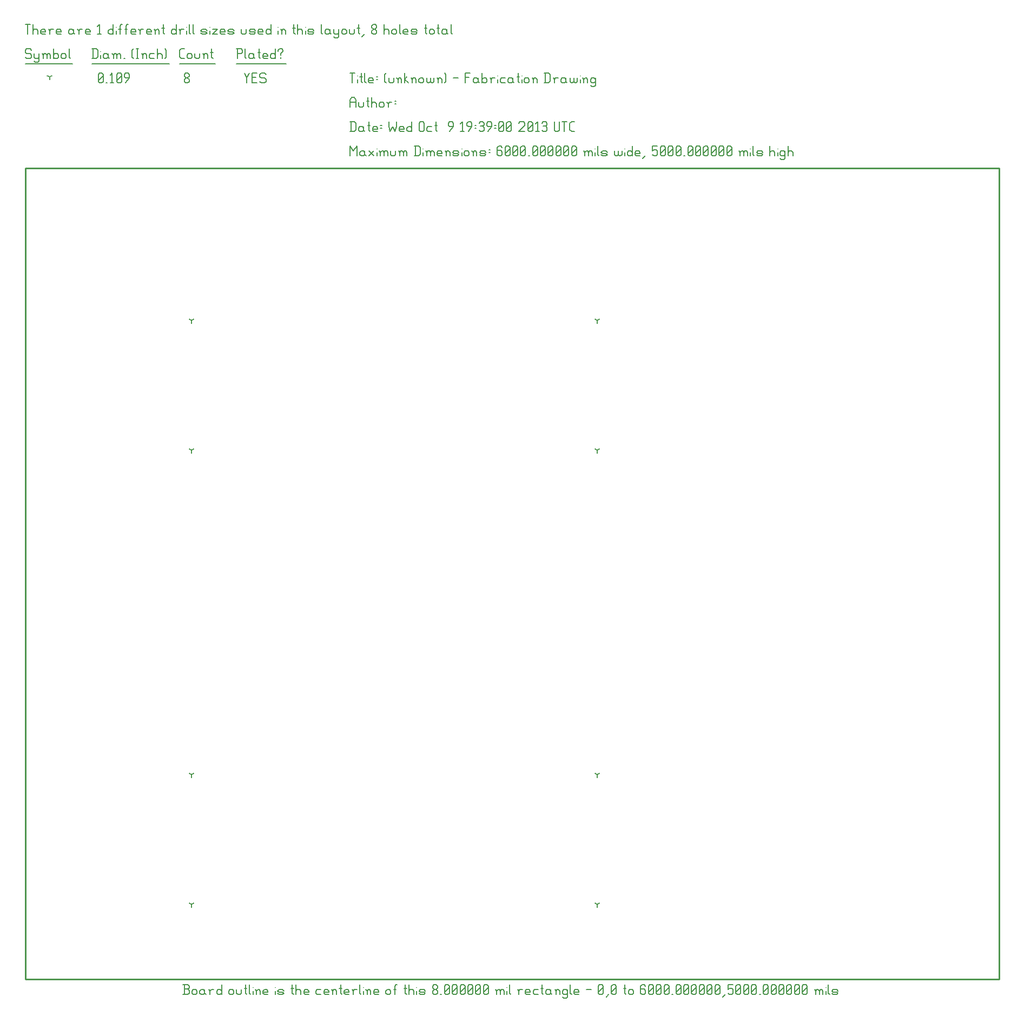
<source format=gbr>
G04 start of page 9 for group -3984 idx -3984 *
G04 Title: (unknown), fab *
G04 Creator: pcb 20110918 *
G04 CreationDate: Wed Oct  9 19:39:00 2013 UTC *
G04 For: fosse *
G04 Format: Gerber/RS-274X *
G04 PCB-Dimensions: 600000 500000 *
G04 PCB-Coordinate-Origin: lower left *
%MOIN*%
%FSLAX25Y25*%
%LNFAB*%
%ADD33C,0.0100*%
%ADD32C,0.0075*%
%ADD31C,0.0060*%
%ADD30C,0.0080*%
G54D30*X352500Y406000D02*Y404400D01*
Y406000D02*X353887Y406800D01*
X352500Y406000D02*X351113Y406800D01*
X352500Y46000D02*Y44400D01*
Y46000D02*X353887Y46800D01*
X352500Y46000D02*X351113Y46800D01*
X352500Y326000D02*Y324400D01*
Y326000D02*X353887Y326800D01*
X352500Y326000D02*X351113Y326800D01*
X352500Y126000D02*Y124400D01*
Y126000D02*X353887Y126800D01*
X352500Y126000D02*X351113Y126800D01*
X102500Y406000D02*Y404400D01*
Y406000D02*X103887Y406800D01*
X102500Y406000D02*X101113Y406800D01*
X102500Y46000D02*Y44400D01*
Y46000D02*X103887Y46800D01*
X102500Y46000D02*X101113Y46800D01*
X102500Y326000D02*Y324400D01*
Y326000D02*X103887Y326800D01*
X102500Y326000D02*X101113Y326800D01*
X102500Y126000D02*Y124400D01*
Y126000D02*X103887Y126800D01*
X102500Y126000D02*X101113Y126800D01*
X15000Y556250D02*Y554650D01*
Y556250D02*X16387Y557050D01*
X15000Y556250D02*X13613Y557050D01*
G54D31*X135000Y558500D02*X136500Y555500D01*
X138000Y558500D01*
X136500Y555500D02*Y552500D01*
X139800Y555800D02*X142050D01*
X139800Y552500D02*X142800D01*
X139800Y558500D02*Y552500D01*
Y558500D02*X142800D01*
X147600D02*X148350Y557750D01*
X145350Y558500D02*X147600D01*
X144600Y557750D02*X145350Y558500D01*
X144600Y557750D02*Y556250D01*
X145350Y555500D01*
X147600D01*
X148350Y554750D01*
Y553250D01*
X147600Y552500D02*X148350Y553250D01*
X145350Y552500D02*X147600D01*
X144600Y553250D02*X145350Y552500D01*
X98000Y553250D02*X98750Y552500D01*
X98000Y554450D02*Y553250D01*
Y554450D02*X99050Y555500D01*
X99950D01*
X101000Y554450D01*
Y553250D01*
X100250Y552500D02*X101000Y553250D01*
X98750Y552500D02*X100250D01*
X98000Y556550D02*X99050Y555500D01*
X98000Y557750D02*Y556550D01*
Y557750D02*X98750Y558500D01*
X100250D01*
X101000Y557750D01*
Y556550D01*
X99950Y555500D02*X101000Y556550D01*
X45000Y553250D02*X45750Y552500D01*
X45000Y557750D02*Y553250D01*
Y557750D02*X45750Y558500D01*
X47250D01*
X48000Y557750D01*
Y553250D01*
X47250Y552500D02*X48000Y553250D01*
X45750Y552500D02*X47250D01*
X45000Y554000D02*X48000Y557000D01*
X49800Y552500D02*X50550D01*
X52350Y557300D02*X53550Y558500D01*
Y552500D01*
X52350D02*X54600D01*
X56400Y553250D02*X57150Y552500D01*
X56400Y557750D02*Y553250D01*
Y557750D02*X57150Y558500D01*
X58650D01*
X59400Y557750D01*
Y553250D01*
X58650Y552500D02*X59400Y553250D01*
X57150Y552500D02*X58650D01*
X56400Y554000D02*X59400Y557000D01*
X61950Y552500D02*X64200Y555500D01*
Y557750D02*Y555500D01*
X63450Y558500D02*X64200Y557750D01*
X61950Y558500D02*X63450D01*
X61200Y557750D02*X61950Y558500D01*
X61200Y557750D02*Y556250D01*
X61950Y555500D01*
X64200D01*
X3000Y573500D02*X3750Y572750D01*
X750Y573500D02*X3000D01*
X0Y572750D02*X750Y573500D01*
X0Y572750D02*Y571250D01*
X750Y570500D01*
X3000D01*
X3750Y569750D01*
Y568250D01*
X3000Y567500D02*X3750Y568250D01*
X750Y567500D02*X3000D01*
X0Y568250D02*X750Y567500D01*
X5550Y570500D02*Y568250D01*
X6300Y567500D01*
X8550Y570500D02*Y566000D01*
X7800Y565250D02*X8550Y566000D01*
X6300Y565250D02*X7800D01*
X5550Y566000D02*X6300Y565250D01*
Y567500D02*X7800D01*
X8550Y568250D01*
X11100Y569750D02*Y567500D01*
Y569750D02*X11850Y570500D01*
X12600D01*
X13350Y569750D01*
Y567500D01*
Y569750D02*X14100Y570500D01*
X14850D01*
X15600Y569750D01*
Y567500D01*
X10350Y570500D02*X11100Y569750D01*
X17400Y573500D02*Y567500D01*
Y568250D02*X18150Y567500D01*
X19650D01*
X20400Y568250D01*
Y569750D02*Y568250D01*
X19650Y570500D02*X20400Y569750D01*
X18150Y570500D02*X19650D01*
X17400Y569750D02*X18150Y570500D01*
X22200Y569750D02*Y568250D01*
Y569750D02*X22950Y570500D01*
X24450D01*
X25200Y569750D01*
Y568250D01*
X24450Y567500D02*X25200Y568250D01*
X22950Y567500D02*X24450D01*
X22200Y568250D02*X22950Y567500D01*
X27000Y573500D02*Y568250D01*
X27750Y567500D01*
X0Y564250D02*X29250D01*
X41750Y573500D02*Y567500D01*
X43700Y573500D02*X44750Y572450D01*
Y568550D01*
X43700Y567500D02*X44750Y568550D01*
X41000Y567500D02*X43700D01*
X41000Y573500D02*X43700D01*
G54D32*X46550Y572000D02*Y571850D01*
G54D31*Y569750D02*Y567500D01*
X50300Y570500D02*X51050Y569750D01*
X48800Y570500D02*X50300D01*
X48050Y569750D02*X48800Y570500D01*
X48050Y569750D02*Y568250D01*
X48800Y567500D01*
X51050Y570500D02*Y568250D01*
X51800Y567500D01*
X48800D02*X50300D01*
X51050Y568250D01*
X54350Y569750D02*Y567500D01*
Y569750D02*X55100Y570500D01*
X55850D01*
X56600Y569750D01*
Y567500D01*
Y569750D02*X57350Y570500D01*
X58100D01*
X58850Y569750D01*
Y567500D01*
X53600Y570500D02*X54350Y569750D01*
X60650Y567500D02*X61400D01*
X65900Y568250D02*X66650Y567500D01*
X65900Y572750D02*X66650Y573500D01*
X65900Y572750D02*Y568250D01*
X68450Y573500D02*X69950D01*
X69200D02*Y567500D01*
X68450D02*X69950D01*
X72500Y569750D02*Y567500D01*
Y569750D02*X73250Y570500D01*
X74000D01*
X74750Y569750D01*
Y567500D01*
X71750Y570500D02*X72500Y569750D01*
X77300Y570500D02*X79550D01*
X76550Y569750D02*X77300Y570500D01*
X76550Y569750D02*Y568250D01*
X77300Y567500D01*
X79550D01*
X81350Y573500D02*Y567500D01*
Y569750D02*X82100Y570500D01*
X83600D01*
X84350Y569750D01*
Y567500D01*
X86150Y573500D02*X86900Y572750D01*
Y568250D01*
X86150Y567500D02*X86900Y568250D01*
X41000Y564250D02*X88700D01*
X96050Y567500D02*X98000D01*
X95000Y568550D02*X96050Y567500D01*
X95000Y572450D02*Y568550D01*
Y572450D02*X96050Y573500D01*
X98000D01*
X99800Y569750D02*Y568250D01*
Y569750D02*X100550Y570500D01*
X102050D01*
X102800Y569750D01*
Y568250D01*
X102050Y567500D02*X102800Y568250D01*
X100550Y567500D02*X102050D01*
X99800Y568250D02*X100550Y567500D01*
X104600Y570500D02*Y568250D01*
X105350Y567500D01*
X106850D01*
X107600Y568250D01*
Y570500D02*Y568250D01*
X110150Y569750D02*Y567500D01*
Y569750D02*X110900Y570500D01*
X111650D01*
X112400Y569750D01*
Y567500D01*
X109400Y570500D02*X110150Y569750D01*
X114950Y573500D02*Y568250D01*
X115700Y567500D01*
X114200Y571250D02*X115700D01*
X95000Y564250D02*X117200D01*
X130750Y573500D02*Y567500D01*
X130000Y573500D02*X133000D01*
X133750Y572750D01*
Y571250D01*
X133000Y570500D02*X133750Y571250D01*
X130750Y570500D02*X133000D01*
X135550Y573500D02*Y568250D01*
X136300Y567500D01*
X140050Y570500D02*X140800Y569750D01*
X138550Y570500D02*X140050D01*
X137800Y569750D02*X138550Y570500D01*
X137800Y569750D02*Y568250D01*
X138550Y567500D01*
X140800Y570500D02*Y568250D01*
X141550Y567500D01*
X138550D02*X140050D01*
X140800Y568250D01*
X144100Y573500D02*Y568250D01*
X144850Y567500D01*
X143350Y571250D02*X144850D01*
X147100Y567500D02*X149350D01*
X146350Y568250D02*X147100Y567500D01*
X146350Y569750D02*Y568250D01*
Y569750D02*X147100Y570500D01*
X148600D01*
X149350Y569750D01*
X146350Y569000D02*X149350D01*
Y569750D02*Y569000D01*
X154150Y573500D02*Y567500D01*
X153400D02*X154150Y568250D01*
X151900Y567500D02*X153400D01*
X151150Y568250D02*X151900Y567500D01*
X151150Y569750D02*Y568250D01*
Y569750D02*X151900Y570500D01*
X153400D01*
X154150Y569750D01*
X157450Y570500D02*Y569750D01*
Y568250D02*Y567500D01*
X155950Y572750D02*Y572000D01*
Y572750D02*X156700Y573500D01*
X158200D01*
X158950Y572750D01*
Y572000D01*
X157450Y570500D02*X158950Y572000D01*
X130000Y564250D02*X160750D01*
X0Y588500D02*X3000D01*
X1500D02*Y582500D01*
X4800Y588500D02*Y582500D01*
Y584750D02*X5550Y585500D01*
X7050D01*
X7800Y584750D01*
Y582500D01*
X10350D02*X12600D01*
X9600Y583250D02*X10350Y582500D01*
X9600Y584750D02*Y583250D01*
Y584750D02*X10350Y585500D01*
X11850D01*
X12600Y584750D01*
X9600Y584000D02*X12600D01*
Y584750D02*Y584000D01*
X15150Y584750D02*Y582500D01*
Y584750D02*X15900Y585500D01*
X17400D01*
X14400D02*X15150Y584750D01*
X19950Y582500D02*X22200D01*
X19200Y583250D02*X19950Y582500D01*
X19200Y584750D02*Y583250D01*
Y584750D02*X19950Y585500D01*
X21450D01*
X22200Y584750D01*
X19200Y584000D02*X22200D01*
Y584750D02*Y584000D01*
X28950Y585500D02*X29700Y584750D01*
X27450Y585500D02*X28950D01*
X26700Y584750D02*X27450Y585500D01*
X26700Y584750D02*Y583250D01*
X27450Y582500D01*
X29700Y585500D02*Y583250D01*
X30450Y582500D01*
X27450D02*X28950D01*
X29700Y583250D01*
X33000Y584750D02*Y582500D01*
Y584750D02*X33750Y585500D01*
X35250D01*
X32250D02*X33000Y584750D01*
X37800Y582500D02*X40050D01*
X37050Y583250D02*X37800Y582500D01*
X37050Y584750D02*Y583250D01*
Y584750D02*X37800Y585500D01*
X39300D01*
X40050Y584750D01*
X37050Y584000D02*X40050D01*
Y584750D02*Y584000D01*
X44550Y587300D02*X45750Y588500D01*
Y582500D01*
X44550D02*X46800D01*
X54300Y588500D02*Y582500D01*
X53550D02*X54300Y583250D01*
X52050Y582500D02*X53550D01*
X51300Y583250D02*X52050Y582500D01*
X51300Y584750D02*Y583250D01*
Y584750D02*X52050Y585500D01*
X53550D01*
X54300Y584750D01*
G54D32*X56100Y587000D02*Y586850D01*
G54D31*Y584750D02*Y582500D01*
X58350Y587750D02*Y582500D01*
Y587750D02*X59100Y588500D01*
X59850D01*
X57600Y585500D02*X59100D01*
X62100Y587750D02*Y582500D01*
Y587750D02*X62850Y588500D01*
X63600D01*
X61350Y585500D02*X62850D01*
X65850Y582500D02*X68100D01*
X65100Y583250D02*X65850Y582500D01*
X65100Y584750D02*Y583250D01*
Y584750D02*X65850Y585500D01*
X67350D01*
X68100Y584750D01*
X65100Y584000D02*X68100D01*
Y584750D02*Y584000D01*
X70650Y584750D02*Y582500D01*
Y584750D02*X71400Y585500D01*
X72900D01*
X69900D02*X70650Y584750D01*
X75450Y582500D02*X77700D01*
X74700Y583250D02*X75450Y582500D01*
X74700Y584750D02*Y583250D01*
Y584750D02*X75450Y585500D01*
X76950D01*
X77700Y584750D01*
X74700Y584000D02*X77700D01*
Y584750D02*Y584000D01*
X80250Y584750D02*Y582500D01*
Y584750D02*X81000Y585500D01*
X81750D01*
X82500Y584750D01*
Y582500D01*
X79500Y585500D02*X80250Y584750D01*
X85050Y588500D02*Y583250D01*
X85800Y582500D01*
X84300Y586250D02*X85800D01*
X93000Y588500D02*Y582500D01*
X92250D02*X93000Y583250D01*
X90750Y582500D02*X92250D01*
X90000Y583250D02*X90750Y582500D01*
X90000Y584750D02*Y583250D01*
Y584750D02*X90750Y585500D01*
X92250D01*
X93000Y584750D01*
X95550D02*Y582500D01*
Y584750D02*X96300Y585500D01*
X97800D01*
X94800D02*X95550Y584750D01*
G54D32*X99600Y587000D02*Y586850D01*
G54D31*Y584750D02*Y582500D01*
X101100Y588500D02*Y583250D01*
X101850Y582500D01*
X103350Y588500D02*Y583250D01*
X104100Y582500D01*
X109050D02*X111300D01*
X112050Y583250D01*
X111300Y584000D02*X112050Y583250D01*
X109050Y584000D02*X111300D01*
X108300Y584750D02*X109050Y584000D01*
X108300Y584750D02*X109050Y585500D01*
X111300D01*
X112050Y584750D01*
X108300Y583250D02*X109050Y582500D01*
G54D32*X113850Y587000D02*Y586850D01*
G54D31*Y584750D02*Y582500D01*
X115350Y585500D02*X118350D01*
X115350Y582500D02*X118350Y585500D01*
X115350Y582500D02*X118350D01*
X120900D02*X123150D01*
X120150Y583250D02*X120900Y582500D01*
X120150Y584750D02*Y583250D01*
Y584750D02*X120900Y585500D01*
X122400D01*
X123150Y584750D01*
X120150Y584000D02*X123150D01*
Y584750D02*Y584000D01*
X125700Y582500D02*X127950D01*
X128700Y583250D01*
X127950Y584000D02*X128700Y583250D01*
X125700Y584000D02*X127950D01*
X124950Y584750D02*X125700Y584000D01*
X124950Y584750D02*X125700Y585500D01*
X127950D01*
X128700Y584750D01*
X124950Y583250D02*X125700Y582500D01*
X133200Y585500D02*Y583250D01*
X133950Y582500D01*
X135450D01*
X136200Y583250D01*
Y585500D02*Y583250D01*
X138750Y582500D02*X141000D01*
X141750Y583250D01*
X141000Y584000D02*X141750Y583250D01*
X138750Y584000D02*X141000D01*
X138000Y584750D02*X138750Y584000D01*
X138000Y584750D02*X138750Y585500D01*
X141000D01*
X141750Y584750D01*
X138000Y583250D02*X138750Y582500D01*
X144300D02*X146550D01*
X143550Y583250D02*X144300Y582500D01*
X143550Y584750D02*Y583250D01*
Y584750D02*X144300Y585500D01*
X145800D01*
X146550Y584750D01*
X143550Y584000D02*X146550D01*
Y584750D02*Y584000D01*
X151350Y588500D02*Y582500D01*
X150600D02*X151350Y583250D01*
X149100Y582500D02*X150600D01*
X148350Y583250D02*X149100Y582500D01*
X148350Y584750D02*Y583250D01*
Y584750D02*X149100Y585500D01*
X150600D01*
X151350Y584750D01*
G54D32*X155850Y587000D02*Y586850D01*
G54D31*Y584750D02*Y582500D01*
X158100Y584750D02*Y582500D01*
Y584750D02*X158850Y585500D01*
X159600D01*
X160350Y584750D01*
Y582500D01*
X157350Y585500D02*X158100Y584750D01*
X165600Y588500D02*Y583250D01*
X166350Y582500D01*
X164850Y586250D02*X166350D01*
X167850Y588500D02*Y582500D01*
Y584750D02*X168600Y585500D01*
X170100D01*
X170850Y584750D01*
Y582500D01*
G54D32*X172650Y587000D02*Y586850D01*
G54D31*Y584750D02*Y582500D01*
X174900D02*X177150D01*
X177900Y583250D01*
X177150Y584000D02*X177900Y583250D01*
X174900Y584000D02*X177150D01*
X174150Y584750D02*X174900Y584000D01*
X174150Y584750D02*X174900Y585500D01*
X177150D01*
X177900Y584750D01*
X174150Y583250D02*X174900Y582500D01*
X182400Y588500D02*Y583250D01*
X183150Y582500D01*
X186900Y585500D02*X187650Y584750D01*
X185400Y585500D02*X186900D01*
X184650Y584750D02*X185400Y585500D01*
X184650Y584750D02*Y583250D01*
X185400Y582500D01*
X187650Y585500D02*Y583250D01*
X188400Y582500D01*
X185400D02*X186900D01*
X187650Y583250D01*
X190200Y585500D02*Y583250D01*
X190950Y582500D01*
X193200Y585500D02*Y581000D01*
X192450Y580250D02*X193200Y581000D01*
X190950Y580250D02*X192450D01*
X190200Y581000D02*X190950Y580250D01*
Y582500D02*X192450D01*
X193200Y583250D01*
X195000Y584750D02*Y583250D01*
Y584750D02*X195750Y585500D01*
X197250D01*
X198000Y584750D01*
Y583250D01*
X197250Y582500D02*X198000Y583250D01*
X195750Y582500D02*X197250D01*
X195000Y583250D02*X195750Y582500D01*
X199800Y585500D02*Y583250D01*
X200550Y582500D01*
X202050D01*
X202800Y583250D01*
Y585500D02*Y583250D01*
X205350Y588500D02*Y583250D01*
X206100Y582500D01*
X204600Y586250D02*X206100D01*
X207600Y581000D02*X209100Y582500D01*
X213600Y583250D02*X214350Y582500D01*
X213600Y584450D02*Y583250D01*
Y584450D02*X214650Y585500D01*
X215550D01*
X216600Y584450D01*
Y583250D01*
X215850Y582500D02*X216600Y583250D01*
X214350Y582500D02*X215850D01*
X213600Y586550D02*X214650Y585500D01*
X213600Y587750D02*Y586550D01*
Y587750D02*X214350Y588500D01*
X215850D01*
X216600Y587750D01*
Y586550D01*
X215550Y585500D02*X216600Y586550D01*
X221100Y588500D02*Y582500D01*
Y584750D02*X221850Y585500D01*
X223350D01*
X224100Y584750D01*
Y582500D01*
X225900Y584750D02*Y583250D01*
Y584750D02*X226650Y585500D01*
X228150D01*
X228900Y584750D01*
Y583250D01*
X228150Y582500D02*X228900Y583250D01*
X226650Y582500D02*X228150D01*
X225900Y583250D02*X226650Y582500D01*
X230700Y588500D02*Y583250D01*
X231450Y582500D01*
X233700D02*X235950D01*
X232950Y583250D02*X233700Y582500D01*
X232950Y584750D02*Y583250D01*
Y584750D02*X233700Y585500D01*
X235200D01*
X235950Y584750D01*
X232950Y584000D02*X235950D01*
Y584750D02*Y584000D01*
X238500Y582500D02*X240750D01*
X241500Y583250D01*
X240750Y584000D02*X241500Y583250D01*
X238500Y584000D02*X240750D01*
X237750Y584750D02*X238500Y584000D01*
X237750Y584750D02*X238500Y585500D01*
X240750D01*
X241500Y584750D01*
X237750Y583250D02*X238500Y582500D01*
X246750Y588500D02*Y583250D01*
X247500Y582500D01*
X246000Y586250D02*X247500D01*
X249000Y584750D02*Y583250D01*
Y584750D02*X249750Y585500D01*
X251250D01*
X252000Y584750D01*
Y583250D01*
X251250Y582500D02*X252000Y583250D01*
X249750Y582500D02*X251250D01*
X249000Y583250D02*X249750Y582500D01*
X254550Y588500D02*Y583250D01*
X255300Y582500D01*
X253800Y586250D02*X255300D01*
X259050Y585500D02*X259800Y584750D01*
X257550Y585500D02*X259050D01*
X256800Y584750D02*X257550Y585500D01*
X256800Y584750D02*Y583250D01*
X257550Y582500D01*
X259800Y585500D02*Y583250D01*
X260550Y582500D01*
X257550D02*X259050D01*
X259800Y583250D01*
X262350Y588500D02*Y583250D01*
X263100Y582500D01*
G54D33*X0Y500000D02*X600000D01*
X0D02*Y0D01*
X600000Y500000D02*Y0D01*
X0D02*X600000D01*
G54D31*X200000Y513500D02*Y507500D01*
Y513500D02*X202250Y510500D01*
X204500Y513500D01*
Y507500D01*
X208550Y510500D02*X209300Y509750D01*
X207050Y510500D02*X208550D01*
X206300Y509750D02*X207050Y510500D01*
X206300Y509750D02*Y508250D01*
X207050Y507500D01*
X209300Y510500D02*Y508250D01*
X210050Y507500D01*
X207050D02*X208550D01*
X209300Y508250D01*
X211850Y510500D02*X214850Y507500D01*
X211850D02*X214850Y510500D01*
G54D32*X216650Y512000D02*Y511850D01*
G54D31*Y509750D02*Y507500D01*
X218900Y509750D02*Y507500D01*
Y509750D02*X219650Y510500D01*
X220400D01*
X221150Y509750D01*
Y507500D01*
Y509750D02*X221900Y510500D01*
X222650D01*
X223400Y509750D01*
Y507500D01*
X218150Y510500D02*X218900Y509750D01*
X225200Y510500D02*Y508250D01*
X225950Y507500D01*
X227450D01*
X228200Y508250D01*
Y510500D02*Y508250D01*
X230750Y509750D02*Y507500D01*
Y509750D02*X231500Y510500D01*
X232250D01*
X233000Y509750D01*
Y507500D01*
Y509750D02*X233750Y510500D01*
X234500D01*
X235250Y509750D01*
Y507500D01*
X230000Y510500D02*X230750Y509750D01*
X240500Y513500D02*Y507500D01*
X242450Y513500D02*X243500Y512450D01*
Y508550D01*
X242450Y507500D02*X243500Y508550D01*
X239750Y507500D02*X242450D01*
X239750Y513500D02*X242450D01*
G54D32*X245300Y512000D02*Y511850D01*
G54D31*Y509750D02*Y507500D01*
X247550Y509750D02*Y507500D01*
Y509750D02*X248300Y510500D01*
X249050D01*
X249800Y509750D01*
Y507500D01*
Y509750D02*X250550Y510500D01*
X251300D01*
X252050Y509750D01*
Y507500D01*
X246800Y510500D02*X247550Y509750D01*
X254600Y507500D02*X256850D01*
X253850Y508250D02*X254600Y507500D01*
X253850Y509750D02*Y508250D01*
Y509750D02*X254600Y510500D01*
X256100D01*
X256850Y509750D01*
X253850Y509000D02*X256850D01*
Y509750D02*Y509000D01*
X259400Y509750D02*Y507500D01*
Y509750D02*X260150Y510500D01*
X260900D01*
X261650Y509750D01*
Y507500D01*
X258650Y510500D02*X259400Y509750D01*
X264200Y507500D02*X266450D01*
X267200Y508250D01*
X266450Y509000D02*X267200Y508250D01*
X264200Y509000D02*X266450D01*
X263450Y509750D02*X264200Y509000D01*
X263450Y509750D02*X264200Y510500D01*
X266450D01*
X267200Y509750D01*
X263450Y508250D02*X264200Y507500D01*
G54D32*X269000Y512000D02*Y511850D01*
G54D31*Y509750D02*Y507500D01*
X270500Y509750D02*Y508250D01*
Y509750D02*X271250Y510500D01*
X272750D01*
X273500Y509750D01*
Y508250D01*
X272750Y507500D02*X273500Y508250D01*
X271250Y507500D02*X272750D01*
X270500Y508250D02*X271250Y507500D01*
X276050Y509750D02*Y507500D01*
Y509750D02*X276800Y510500D01*
X277550D01*
X278300Y509750D01*
Y507500D01*
X275300Y510500D02*X276050Y509750D01*
X280850Y507500D02*X283100D01*
X283850Y508250D01*
X283100Y509000D02*X283850Y508250D01*
X280850Y509000D02*X283100D01*
X280100Y509750D02*X280850Y509000D01*
X280100Y509750D02*X280850Y510500D01*
X283100D01*
X283850Y509750D01*
X280100Y508250D02*X280850Y507500D01*
X285650Y511250D02*X286400D01*
X285650Y509750D02*X286400D01*
X293150Y513500D02*X293900Y512750D01*
X291650Y513500D02*X293150D01*
X290900Y512750D02*X291650Y513500D01*
X290900Y512750D02*Y508250D01*
X291650Y507500D01*
X293150Y510800D02*X293900Y510050D01*
X290900Y510800D02*X293150D01*
X291650Y507500D02*X293150D01*
X293900Y508250D01*
Y510050D02*Y508250D01*
X295700D02*X296450Y507500D01*
X295700Y512750D02*Y508250D01*
Y512750D02*X296450Y513500D01*
X297950D01*
X298700Y512750D01*
Y508250D01*
X297950Y507500D02*X298700Y508250D01*
X296450Y507500D02*X297950D01*
X295700Y509000D02*X298700Y512000D01*
X300500Y508250D02*X301250Y507500D01*
X300500Y512750D02*Y508250D01*
Y512750D02*X301250Y513500D01*
X302750D01*
X303500Y512750D01*
Y508250D01*
X302750Y507500D02*X303500Y508250D01*
X301250Y507500D02*X302750D01*
X300500Y509000D02*X303500Y512000D01*
X305300Y508250D02*X306050Y507500D01*
X305300Y512750D02*Y508250D01*
Y512750D02*X306050Y513500D01*
X307550D01*
X308300Y512750D01*
Y508250D01*
X307550Y507500D02*X308300Y508250D01*
X306050Y507500D02*X307550D01*
X305300Y509000D02*X308300Y512000D01*
X310100Y507500D02*X310850D01*
X312650Y508250D02*X313400Y507500D01*
X312650Y512750D02*Y508250D01*
Y512750D02*X313400Y513500D01*
X314900D01*
X315650Y512750D01*
Y508250D01*
X314900Y507500D02*X315650Y508250D01*
X313400Y507500D02*X314900D01*
X312650Y509000D02*X315650Y512000D01*
X317450Y508250D02*X318200Y507500D01*
X317450Y512750D02*Y508250D01*
Y512750D02*X318200Y513500D01*
X319700D01*
X320450Y512750D01*
Y508250D01*
X319700Y507500D02*X320450Y508250D01*
X318200Y507500D02*X319700D01*
X317450Y509000D02*X320450Y512000D01*
X322250Y508250D02*X323000Y507500D01*
X322250Y512750D02*Y508250D01*
Y512750D02*X323000Y513500D01*
X324500D01*
X325250Y512750D01*
Y508250D01*
X324500Y507500D02*X325250Y508250D01*
X323000Y507500D02*X324500D01*
X322250Y509000D02*X325250Y512000D01*
X327050Y508250D02*X327800Y507500D01*
X327050Y512750D02*Y508250D01*
Y512750D02*X327800Y513500D01*
X329300D01*
X330050Y512750D01*
Y508250D01*
X329300Y507500D02*X330050Y508250D01*
X327800Y507500D02*X329300D01*
X327050Y509000D02*X330050Y512000D01*
X331850Y508250D02*X332600Y507500D01*
X331850Y512750D02*Y508250D01*
Y512750D02*X332600Y513500D01*
X334100D01*
X334850Y512750D01*
Y508250D01*
X334100Y507500D02*X334850Y508250D01*
X332600Y507500D02*X334100D01*
X331850Y509000D02*X334850Y512000D01*
X336650Y508250D02*X337400Y507500D01*
X336650Y512750D02*Y508250D01*
Y512750D02*X337400Y513500D01*
X338900D01*
X339650Y512750D01*
Y508250D01*
X338900Y507500D02*X339650Y508250D01*
X337400Y507500D02*X338900D01*
X336650Y509000D02*X339650Y512000D01*
X344900Y509750D02*Y507500D01*
Y509750D02*X345650Y510500D01*
X346400D01*
X347150Y509750D01*
Y507500D01*
Y509750D02*X347900Y510500D01*
X348650D01*
X349400Y509750D01*
Y507500D01*
X344150Y510500D02*X344900Y509750D01*
G54D32*X351200Y512000D02*Y511850D01*
G54D31*Y509750D02*Y507500D01*
X352700Y513500D02*Y508250D01*
X353450Y507500D01*
X355700D02*X357950D01*
X358700Y508250D01*
X357950Y509000D02*X358700Y508250D01*
X355700Y509000D02*X357950D01*
X354950Y509750D02*X355700Y509000D01*
X354950Y509750D02*X355700Y510500D01*
X357950D01*
X358700Y509750D01*
X354950Y508250D02*X355700Y507500D01*
X363200Y510500D02*Y508250D01*
X363950Y507500D01*
X364700D01*
X365450Y508250D01*
Y510500D02*Y508250D01*
X366200Y507500D01*
X366950D01*
X367700Y508250D01*
Y510500D02*Y508250D01*
G54D32*X369500Y512000D02*Y511850D01*
G54D31*Y509750D02*Y507500D01*
X374000Y513500D02*Y507500D01*
X373250D02*X374000Y508250D01*
X371750Y507500D02*X373250D01*
X371000Y508250D02*X371750Y507500D01*
X371000Y509750D02*Y508250D01*
Y509750D02*X371750Y510500D01*
X373250D01*
X374000Y509750D01*
X376550Y507500D02*X378800D01*
X375800Y508250D02*X376550Y507500D01*
X375800Y509750D02*Y508250D01*
Y509750D02*X376550Y510500D01*
X378050D01*
X378800Y509750D01*
X375800Y509000D02*X378800D01*
Y509750D02*Y509000D01*
X380600Y506000D02*X382100Y507500D01*
X386600Y513500D02*X389600D01*
X386600D02*Y510500D01*
X387350Y511250D01*
X388850D01*
X389600Y510500D01*
Y508250D01*
X388850Y507500D02*X389600Y508250D01*
X387350Y507500D02*X388850D01*
X386600Y508250D02*X387350Y507500D01*
X391400Y508250D02*X392150Y507500D01*
X391400Y512750D02*Y508250D01*
Y512750D02*X392150Y513500D01*
X393650D01*
X394400Y512750D01*
Y508250D01*
X393650Y507500D02*X394400Y508250D01*
X392150Y507500D02*X393650D01*
X391400Y509000D02*X394400Y512000D01*
X396200Y508250D02*X396950Y507500D01*
X396200Y512750D02*Y508250D01*
Y512750D02*X396950Y513500D01*
X398450D01*
X399200Y512750D01*
Y508250D01*
X398450Y507500D02*X399200Y508250D01*
X396950Y507500D02*X398450D01*
X396200Y509000D02*X399200Y512000D01*
X401000Y508250D02*X401750Y507500D01*
X401000Y512750D02*Y508250D01*
Y512750D02*X401750Y513500D01*
X403250D01*
X404000Y512750D01*
Y508250D01*
X403250Y507500D02*X404000Y508250D01*
X401750Y507500D02*X403250D01*
X401000Y509000D02*X404000Y512000D01*
X405800Y507500D02*X406550D01*
X408350Y508250D02*X409100Y507500D01*
X408350Y512750D02*Y508250D01*
Y512750D02*X409100Y513500D01*
X410600D01*
X411350Y512750D01*
Y508250D01*
X410600Y507500D02*X411350Y508250D01*
X409100Y507500D02*X410600D01*
X408350Y509000D02*X411350Y512000D01*
X413150Y508250D02*X413900Y507500D01*
X413150Y512750D02*Y508250D01*
Y512750D02*X413900Y513500D01*
X415400D01*
X416150Y512750D01*
Y508250D01*
X415400Y507500D02*X416150Y508250D01*
X413900Y507500D02*X415400D01*
X413150Y509000D02*X416150Y512000D01*
X417950Y508250D02*X418700Y507500D01*
X417950Y512750D02*Y508250D01*
Y512750D02*X418700Y513500D01*
X420200D01*
X420950Y512750D01*
Y508250D01*
X420200Y507500D02*X420950Y508250D01*
X418700Y507500D02*X420200D01*
X417950Y509000D02*X420950Y512000D01*
X422750Y508250D02*X423500Y507500D01*
X422750Y512750D02*Y508250D01*
Y512750D02*X423500Y513500D01*
X425000D01*
X425750Y512750D01*
Y508250D01*
X425000Y507500D02*X425750Y508250D01*
X423500Y507500D02*X425000D01*
X422750Y509000D02*X425750Y512000D01*
X427550Y508250D02*X428300Y507500D01*
X427550Y512750D02*Y508250D01*
Y512750D02*X428300Y513500D01*
X429800D01*
X430550Y512750D01*
Y508250D01*
X429800Y507500D02*X430550Y508250D01*
X428300Y507500D02*X429800D01*
X427550Y509000D02*X430550Y512000D01*
X432350Y508250D02*X433100Y507500D01*
X432350Y512750D02*Y508250D01*
Y512750D02*X433100Y513500D01*
X434600D01*
X435350Y512750D01*
Y508250D01*
X434600Y507500D02*X435350Y508250D01*
X433100Y507500D02*X434600D01*
X432350Y509000D02*X435350Y512000D01*
X440600Y509750D02*Y507500D01*
Y509750D02*X441350Y510500D01*
X442100D01*
X442850Y509750D01*
Y507500D01*
Y509750D02*X443600Y510500D01*
X444350D01*
X445100Y509750D01*
Y507500D01*
X439850Y510500D02*X440600Y509750D01*
G54D32*X446900Y512000D02*Y511850D01*
G54D31*Y509750D02*Y507500D01*
X448400Y513500D02*Y508250D01*
X449150Y507500D01*
X451400D02*X453650D01*
X454400Y508250D01*
X453650Y509000D02*X454400Y508250D01*
X451400Y509000D02*X453650D01*
X450650Y509750D02*X451400Y509000D01*
X450650Y509750D02*X451400Y510500D01*
X453650D01*
X454400Y509750D01*
X450650Y508250D02*X451400Y507500D01*
X458900Y513500D02*Y507500D01*
Y509750D02*X459650Y510500D01*
X461150D01*
X461900Y509750D01*
Y507500D01*
G54D32*X463700Y512000D02*Y511850D01*
G54D31*Y509750D02*Y507500D01*
X467450Y510500D02*X468200Y509750D01*
X465950Y510500D02*X467450D01*
X465200Y509750D02*X465950Y510500D01*
X465200Y509750D02*Y508250D01*
X465950Y507500D01*
X467450D01*
X468200Y508250D01*
X465200Y506000D02*X465950Y505250D01*
X467450D01*
X468200Y506000D01*
Y510500D02*Y506000D01*
X470000Y513500D02*Y507500D01*
Y509750D02*X470750Y510500D01*
X472250D01*
X473000Y509750D01*
Y507500D01*
X97275Y-9500D02*X100275D01*
X101025Y-8750D01*
Y-6950D02*Y-8750D01*
X100275Y-6200D02*X101025Y-6950D01*
X98025Y-6200D02*X100275D01*
X98025Y-3500D02*Y-9500D01*
X97275Y-3500D02*X100275D01*
X101025Y-4250D01*
Y-5450D01*
X100275Y-6200D02*X101025Y-5450D01*
X102825Y-7250D02*Y-8750D01*
Y-7250D02*X103575Y-6500D01*
X105075D01*
X105825Y-7250D01*
Y-8750D01*
X105075Y-9500D02*X105825Y-8750D01*
X103575Y-9500D02*X105075D01*
X102825Y-8750D02*X103575Y-9500D01*
X109875Y-6500D02*X110625Y-7250D01*
X108375Y-6500D02*X109875D01*
X107625Y-7250D02*X108375Y-6500D01*
X107625Y-7250D02*Y-8750D01*
X108375Y-9500D01*
X110625Y-6500D02*Y-8750D01*
X111375Y-9500D01*
X108375D02*X109875D01*
X110625Y-8750D01*
X113925Y-7250D02*Y-9500D01*
Y-7250D02*X114675Y-6500D01*
X116175D01*
X113175D02*X113925Y-7250D01*
X120975Y-3500D02*Y-9500D01*
X120225D02*X120975Y-8750D01*
X118725Y-9500D02*X120225D01*
X117975Y-8750D02*X118725Y-9500D01*
X117975Y-7250D02*Y-8750D01*
Y-7250D02*X118725Y-6500D01*
X120225D01*
X120975Y-7250D01*
X125475D02*Y-8750D01*
Y-7250D02*X126225Y-6500D01*
X127725D01*
X128475Y-7250D01*
Y-8750D01*
X127725Y-9500D02*X128475Y-8750D01*
X126225Y-9500D02*X127725D01*
X125475Y-8750D02*X126225Y-9500D01*
X130275Y-6500D02*Y-8750D01*
X131025Y-9500D01*
X132525D01*
X133275Y-8750D01*
Y-6500D02*Y-8750D01*
X135825Y-3500D02*Y-8750D01*
X136575Y-9500D01*
X135075Y-5750D02*X136575D01*
X138075Y-3500D02*Y-8750D01*
X138825Y-9500D01*
G54D32*X140325Y-5000D02*Y-5150D01*
G54D31*Y-7250D02*Y-9500D01*
X142575Y-7250D02*Y-9500D01*
Y-7250D02*X143325Y-6500D01*
X144075D01*
X144825Y-7250D01*
Y-9500D01*
X141825Y-6500D02*X142575Y-7250D01*
X147375Y-9500D02*X149625D01*
X146625Y-8750D02*X147375Y-9500D01*
X146625Y-7250D02*Y-8750D01*
Y-7250D02*X147375Y-6500D01*
X148875D01*
X149625Y-7250D01*
X146625Y-8000D02*X149625D01*
Y-7250D02*Y-8000D01*
G54D32*X154125Y-5000D02*Y-5150D01*
G54D31*Y-7250D02*Y-9500D01*
X156375D02*X158625D01*
X159375Y-8750D01*
X158625Y-8000D02*X159375Y-8750D01*
X156375Y-8000D02*X158625D01*
X155625Y-7250D02*X156375Y-8000D01*
X155625Y-7250D02*X156375Y-6500D01*
X158625D01*
X159375Y-7250D01*
X155625Y-8750D02*X156375Y-9500D01*
X164625Y-3500D02*Y-8750D01*
X165375Y-9500D01*
X163875Y-5750D02*X165375D01*
X166875Y-3500D02*Y-9500D01*
Y-7250D02*X167625Y-6500D01*
X169125D01*
X169875Y-7250D01*
Y-9500D01*
X172425D02*X174675D01*
X171675Y-8750D02*X172425Y-9500D01*
X171675Y-7250D02*Y-8750D01*
Y-7250D02*X172425Y-6500D01*
X173925D01*
X174675Y-7250D01*
X171675Y-8000D02*X174675D01*
Y-7250D02*Y-8000D01*
X179925Y-6500D02*X182175D01*
X179175Y-7250D02*X179925Y-6500D01*
X179175Y-7250D02*Y-8750D01*
X179925Y-9500D01*
X182175D01*
X184725D02*X186975D01*
X183975Y-8750D02*X184725Y-9500D01*
X183975Y-7250D02*Y-8750D01*
Y-7250D02*X184725Y-6500D01*
X186225D01*
X186975Y-7250D01*
X183975Y-8000D02*X186975D01*
Y-7250D02*Y-8000D01*
X189525Y-7250D02*Y-9500D01*
Y-7250D02*X190275Y-6500D01*
X191025D01*
X191775Y-7250D01*
Y-9500D01*
X188775Y-6500D02*X189525Y-7250D01*
X194325Y-3500D02*Y-8750D01*
X195075Y-9500D01*
X193575Y-5750D02*X195075D01*
X197325Y-9500D02*X199575D01*
X196575Y-8750D02*X197325Y-9500D01*
X196575Y-7250D02*Y-8750D01*
Y-7250D02*X197325Y-6500D01*
X198825D01*
X199575Y-7250D01*
X196575Y-8000D02*X199575D01*
Y-7250D02*Y-8000D01*
X202125Y-7250D02*Y-9500D01*
Y-7250D02*X202875Y-6500D01*
X204375D01*
X201375D02*X202125Y-7250D01*
X206175Y-3500D02*Y-8750D01*
X206925Y-9500D01*
G54D32*X208425Y-5000D02*Y-5150D01*
G54D31*Y-7250D02*Y-9500D01*
X210675Y-7250D02*Y-9500D01*
Y-7250D02*X211425Y-6500D01*
X212175D01*
X212925Y-7250D01*
Y-9500D01*
X209925Y-6500D02*X210675Y-7250D01*
X215475Y-9500D02*X217725D01*
X214725Y-8750D02*X215475Y-9500D01*
X214725Y-7250D02*Y-8750D01*
Y-7250D02*X215475Y-6500D01*
X216975D01*
X217725Y-7250D01*
X214725Y-8000D02*X217725D01*
Y-7250D02*Y-8000D01*
X222225Y-7250D02*Y-8750D01*
Y-7250D02*X222975Y-6500D01*
X224475D01*
X225225Y-7250D01*
Y-8750D01*
X224475Y-9500D02*X225225Y-8750D01*
X222975Y-9500D02*X224475D01*
X222225Y-8750D02*X222975Y-9500D01*
X227775Y-4250D02*Y-9500D01*
Y-4250D02*X228525Y-3500D01*
X229275D01*
X227025Y-6500D02*X228525D01*
X234225Y-3500D02*Y-8750D01*
X234975Y-9500D01*
X233475Y-5750D02*X234975D01*
X236475Y-3500D02*Y-9500D01*
Y-7250D02*X237225Y-6500D01*
X238725D01*
X239475Y-7250D01*
Y-9500D01*
G54D32*X241275Y-5000D02*Y-5150D01*
G54D31*Y-7250D02*Y-9500D01*
X243525D02*X245775D01*
X246525Y-8750D01*
X245775Y-8000D02*X246525Y-8750D01*
X243525Y-8000D02*X245775D01*
X242775Y-7250D02*X243525Y-8000D01*
X242775Y-7250D02*X243525Y-6500D01*
X245775D01*
X246525Y-7250D01*
X242775Y-8750D02*X243525Y-9500D01*
X251025Y-8750D02*X251775Y-9500D01*
X251025Y-7550D02*Y-8750D01*
Y-7550D02*X252075Y-6500D01*
X252975D01*
X254025Y-7550D01*
Y-8750D01*
X253275Y-9500D02*X254025Y-8750D01*
X251775Y-9500D02*X253275D01*
X251025Y-5450D02*X252075Y-6500D01*
X251025Y-4250D02*Y-5450D01*
Y-4250D02*X251775Y-3500D01*
X253275D01*
X254025Y-4250D01*
Y-5450D01*
X252975Y-6500D02*X254025Y-5450D01*
X255825Y-9500D02*X256575D01*
X258375Y-8750D02*X259125Y-9500D01*
X258375Y-4250D02*Y-8750D01*
Y-4250D02*X259125Y-3500D01*
X260625D01*
X261375Y-4250D01*
Y-8750D01*
X260625Y-9500D02*X261375Y-8750D01*
X259125Y-9500D02*X260625D01*
X258375Y-8000D02*X261375Y-5000D01*
X263175Y-8750D02*X263925Y-9500D01*
X263175Y-4250D02*Y-8750D01*
Y-4250D02*X263925Y-3500D01*
X265425D01*
X266175Y-4250D01*
Y-8750D01*
X265425Y-9500D02*X266175Y-8750D01*
X263925Y-9500D02*X265425D01*
X263175Y-8000D02*X266175Y-5000D01*
X267975Y-8750D02*X268725Y-9500D01*
X267975Y-4250D02*Y-8750D01*
Y-4250D02*X268725Y-3500D01*
X270225D01*
X270975Y-4250D01*
Y-8750D01*
X270225Y-9500D02*X270975Y-8750D01*
X268725Y-9500D02*X270225D01*
X267975Y-8000D02*X270975Y-5000D01*
X272775Y-8750D02*X273525Y-9500D01*
X272775Y-4250D02*Y-8750D01*
Y-4250D02*X273525Y-3500D01*
X275025D01*
X275775Y-4250D01*
Y-8750D01*
X275025Y-9500D02*X275775Y-8750D01*
X273525Y-9500D02*X275025D01*
X272775Y-8000D02*X275775Y-5000D01*
X277575Y-8750D02*X278325Y-9500D01*
X277575Y-4250D02*Y-8750D01*
Y-4250D02*X278325Y-3500D01*
X279825D01*
X280575Y-4250D01*
Y-8750D01*
X279825Y-9500D02*X280575Y-8750D01*
X278325Y-9500D02*X279825D01*
X277575Y-8000D02*X280575Y-5000D01*
X282375Y-8750D02*X283125Y-9500D01*
X282375Y-4250D02*Y-8750D01*
Y-4250D02*X283125Y-3500D01*
X284625D01*
X285375Y-4250D01*
Y-8750D01*
X284625Y-9500D02*X285375Y-8750D01*
X283125Y-9500D02*X284625D01*
X282375Y-8000D02*X285375Y-5000D01*
X290625Y-7250D02*Y-9500D01*
Y-7250D02*X291375Y-6500D01*
X292125D01*
X292875Y-7250D01*
Y-9500D01*
Y-7250D02*X293625Y-6500D01*
X294375D01*
X295125Y-7250D01*
Y-9500D01*
X289875Y-6500D02*X290625Y-7250D01*
G54D32*X296925Y-5000D02*Y-5150D01*
G54D31*Y-7250D02*Y-9500D01*
X298425Y-3500D02*Y-8750D01*
X299175Y-9500D01*
X304125Y-7250D02*Y-9500D01*
Y-7250D02*X304875Y-6500D01*
X306375D01*
X303375D02*X304125Y-7250D01*
X308925Y-9500D02*X311175D01*
X308175Y-8750D02*X308925Y-9500D01*
X308175Y-7250D02*Y-8750D01*
Y-7250D02*X308925Y-6500D01*
X310425D01*
X311175Y-7250D01*
X308175Y-8000D02*X311175D01*
Y-7250D02*Y-8000D01*
X313725Y-6500D02*X315975D01*
X312975Y-7250D02*X313725Y-6500D01*
X312975Y-7250D02*Y-8750D01*
X313725Y-9500D01*
X315975D01*
X318525Y-3500D02*Y-8750D01*
X319275Y-9500D01*
X317775Y-5750D02*X319275D01*
X323025Y-6500D02*X323775Y-7250D01*
X321525Y-6500D02*X323025D01*
X320775Y-7250D02*X321525Y-6500D01*
X320775Y-7250D02*Y-8750D01*
X321525Y-9500D01*
X323775Y-6500D02*Y-8750D01*
X324525Y-9500D01*
X321525D02*X323025D01*
X323775Y-8750D01*
X327075Y-7250D02*Y-9500D01*
Y-7250D02*X327825Y-6500D01*
X328575D01*
X329325Y-7250D01*
Y-9500D01*
X326325Y-6500D02*X327075Y-7250D01*
X333375Y-6500D02*X334125Y-7250D01*
X331875Y-6500D02*X333375D01*
X331125Y-7250D02*X331875Y-6500D01*
X331125Y-7250D02*Y-8750D01*
X331875Y-9500D01*
X333375D01*
X334125Y-8750D01*
X331125Y-11000D02*X331875Y-11750D01*
X333375D01*
X334125Y-11000D01*
Y-6500D02*Y-11000D01*
X335925Y-3500D02*Y-8750D01*
X336675Y-9500D01*
X338925D02*X341175D01*
X338175Y-8750D02*X338925Y-9500D01*
X338175Y-7250D02*Y-8750D01*
Y-7250D02*X338925Y-6500D01*
X340425D01*
X341175Y-7250D01*
X338175Y-8000D02*X341175D01*
Y-7250D02*Y-8000D01*
X345675Y-6500D02*X348675D01*
X353175Y-8750D02*X353925Y-9500D01*
X353175Y-4250D02*Y-8750D01*
Y-4250D02*X353925Y-3500D01*
X355425D01*
X356175Y-4250D01*
Y-8750D01*
X355425Y-9500D02*X356175Y-8750D01*
X353925Y-9500D02*X355425D01*
X353175Y-8000D02*X356175Y-5000D01*
X357975Y-11000D02*X359475Y-9500D01*
X361275Y-8750D02*X362025Y-9500D01*
X361275Y-4250D02*Y-8750D01*
Y-4250D02*X362025Y-3500D01*
X363525D01*
X364275Y-4250D01*
Y-8750D01*
X363525Y-9500D02*X364275Y-8750D01*
X362025Y-9500D02*X363525D01*
X361275Y-8000D02*X364275Y-5000D01*
X369525Y-3500D02*Y-8750D01*
X370275Y-9500D01*
X368775Y-5750D02*X370275D01*
X371775Y-7250D02*Y-8750D01*
Y-7250D02*X372525Y-6500D01*
X374025D01*
X374775Y-7250D01*
Y-8750D01*
X374025Y-9500D02*X374775Y-8750D01*
X372525Y-9500D02*X374025D01*
X371775Y-8750D02*X372525Y-9500D01*
X381525Y-3500D02*X382275Y-4250D01*
X380025Y-3500D02*X381525D01*
X379275Y-4250D02*X380025Y-3500D01*
X379275Y-4250D02*Y-8750D01*
X380025Y-9500D01*
X381525Y-6200D02*X382275Y-6950D01*
X379275Y-6200D02*X381525D01*
X380025Y-9500D02*X381525D01*
X382275Y-8750D01*
Y-6950D02*Y-8750D01*
X384075D02*X384825Y-9500D01*
X384075Y-4250D02*Y-8750D01*
Y-4250D02*X384825Y-3500D01*
X386325D01*
X387075Y-4250D01*
Y-8750D01*
X386325Y-9500D02*X387075Y-8750D01*
X384825Y-9500D02*X386325D01*
X384075Y-8000D02*X387075Y-5000D01*
X388875Y-8750D02*X389625Y-9500D01*
X388875Y-4250D02*Y-8750D01*
Y-4250D02*X389625Y-3500D01*
X391125D01*
X391875Y-4250D01*
Y-8750D01*
X391125Y-9500D02*X391875Y-8750D01*
X389625Y-9500D02*X391125D01*
X388875Y-8000D02*X391875Y-5000D01*
X393675Y-8750D02*X394425Y-9500D01*
X393675Y-4250D02*Y-8750D01*
Y-4250D02*X394425Y-3500D01*
X395925D01*
X396675Y-4250D01*
Y-8750D01*
X395925Y-9500D02*X396675Y-8750D01*
X394425Y-9500D02*X395925D01*
X393675Y-8000D02*X396675Y-5000D01*
X398475Y-9500D02*X399225D01*
X401025Y-8750D02*X401775Y-9500D01*
X401025Y-4250D02*Y-8750D01*
Y-4250D02*X401775Y-3500D01*
X403275D01*
X404025Y-4250D01*
Y-8750D01*
X403275Y-9500D02*X404025Y-8750D01*
X401775Y-9500D02*X403275D01*
X401025Y-8000D02*X404025Y-5000D01*
X405825Y-8750D02*X406575Y-9500D01*
X405825Y-4250D02*Y-8750D01*
Y-4250D02*X406575Y-3500D01*
X408075D01*
X408825Y-4250D01*
Y-8750D01*
X408075Y-9500D02*X408825Y-8750D01*
X406575Y-9500D02*X408075D01*
X405825Y-8000D02*X408825Y-5000D01*
X410625Y-8750D02*X411375Y-9500D01*
X410625Y-4250D02*Y-8750D01*
Y-4250D02*X411375Y-3500D01*
X412875D01*
X413625Y-4250D01*
Y-8750D01*
X412875Y-9500D02*X413625Y-8750D01*
X411375Y-9500D02*X412875D01*
X410625Y-8000D02*X413625Y-5000D01*
X415425Y-8750D02*X416175Y-9500D01*
X415425Y-4250D02*Y-8750D01*
Y-4250D02*X416175Y-3500D01*
X417675D01*
X418425Y-4250D01*
Y-8750D01*
X417675Y-9500D02*X418425Y-8750D01*
X416175Y-9500D02*X417675D01*
X415425Y-8000D02*X418425Y-5000D01*
X420225Y-8750D02*X420975Y-9500D01*
X420225Y-4250D02*Y-8750D01*
Y-4250D02*X420975Y-3500D01*
X422475D01*
X423225Y-4250D01*
Y-8750D01*
X422475Y-9500D02*X423225Y-8750D01*
X420975Y-9500D02*X422475D01*
X420225Y-8000D02*X423225Y-5000D01*
X425025Y-8750D02*X425775Y-9500D01*
X425025Y-4250D02*Y-8750D01*
Y-4250D02*X425775Y-3500D01*
X427275D01*
X428025Y-4250D01*
Y-8750D01*
X427275Y-9500D02*X428025Y-8750D01*
X425775Y-9500D02*X427275D01*
X425025Y-8000D02*X428025Y-5000D01*
X429825Y-11000D02*X431325Y-9500D01*
X433125Y-3500D02*X436125D01*
X433125D02*Y-6500D01*
X433875Y-5750D01*
X435375D01*
X436125Y-6500D01*
Y-8750D01*
X435375Y-9500D02*X436125Y-8750D01*
X433875Y-9500D02*X435375D01*
X433125Y-8750D02*X433875Y-9500D01*
X437925Y-8750D02*X438675Y-9500D01*
X437925Y-4250D02*Y-8750D01*
Y-4250D02*X438675Y-3500D01*
X440175D01*
X440925Y-4250D01*
Y-8750D01*
X440175Y-9500D02*X440925Y-8750D01*
X438675Y-9500D02*X440175D01*
X437925Y-8000D02*X440925Y-5000D01*
X442725Y-8750D02*X443475Y-9500D01*
X442725Y-4250D02*Y-8750D01*
Y-4250D02*X443475Y-3500D01*
X444975D01*
X445725Y-4250D01*
Y-8750D01*
X444975Y-9500D02*X445725Y-8750D01*
X443475Y-9500D02*X444975D01*
X442725Y-8000D02*X445725Y-5000D01*
X447525Y-8750D02*X448275Y-9500D01*
X447525Y-4250D02*Y-8750D01*
Y-4250D02*X448275Y-3500D01*
X449775D01*
X450525Y-4250D01*
Y-8750D01*
X449775Y-9500D02*X450525Y-8750D01*
X448275Y-9500D02*X449775D01*
X447525Y-8000D02*X450525Y-5000D01*
X452325Y-9500D02*X453075D01*
X454875Y-8750D02*X455625Y-9500D01*
X454875Y-4250D02*Y-8750D01*
Y-4250D02*X455625Y-3500D01*
X457125D01*
X457875Y-4250D01*
Y-8750D01*
X457125Y-9500D02*X457875Y-8750D01*
X455625Y-9500D02*X457125D01*
X454875Y-8000D02*X457875Y-5000D01*
X459675Y-8750D02*X460425Y-9500D01*
X459675Y-4250D02*Y-8750D01*
Y-4250D02*X460425Y-3500D01*
X461925D01*
X462675Y-4250D01*
Y-8750D01*
X461925Y-9500D02*X462675Y-8750D01*
X460425Y-9500D02*X461925D01*
X459675Y-8000D02*X462675Y-5000D01*
X464475Y-8750D02*X465225Y-9500D01*
X464475Y-4250D02*Y-8750D01*
Y-4250D02*X465225Y-3500D01*
X466725D01*
X467475Y-4250D01*
Y-8750D01*
X466725Y-9500D02*X467475Y-8750D01*
X465225Y-9500D02*X466725D01*
X464475Y-8000D02*X467475Y-5000D01*
X469275Y-8750D02*X470025Y-9500D01*
X469275Y-4250D02*Y-8750D01*
Y-4250D02*X470025Y-3500D01*
X471525D01*
X472275Y-4250D01*
Y-8750D01*
X471525Y-9500D02*X472275Y-8750D01*
X470025Y-9500D02*X471525D01*
X469275Y-8000D02*X472275Y-5000D01*
X474075Y-8750D02*X474825Y-9500D01*
X474075Y-4250D02*Y-8750D01*
Y-4250D02*X474825Y-3500D01*
X476325D01*
X477075Y-4250D01*
Y-8750D01*
X476325Y-9500D02*X477075Y-8750D01*
X474825Y-9500D02*X476325D01*
X474075Y-8000D02*X477075Y-5000D01*
X478875Y-8750D02*X479625Y-9500D01*
X478875Y-4250D02*Y-8750D01*
Y-4250D02*X479625Y-3500D01*
X481125D01*
X481875Y-4250D01*
Y-8750D01*
X481125Y-9500D02*X481875Y-8750D01*
X479625Y-9500D02*X481125D01*
X478875Y-8000D02*X481875Y-5000D01*
X487125Y-7250D02*Y-9500D01*
Y-7250D02*X487875Y-6500D01*
X488625D01*
X489375Y-7250D01*
Y-9500D01*
Y-7250D02*X490125Y-6500D01*
X490875D01*
X491625Y-7250D01*
Y-9500D01*
X486375Y-6500D02*X487125Y-7250D01*
G54D32*X493425Y-5000D02*Y-5150D01*
G54D31*Y-7250D02*Y-9500D01*
X494925Y-3500D02*Y-8750D01*
X495675Y-9500D01*
X497925D02*X500175D01*
X500925Y-8750D01*
X500175Y-8000D02*X500925Y-8750D01*
X497925Y-8000D02*X500175D01*
X497175Y-7250D02*X497925Y-8000D01*
X497175Y-7250D02*X497925Y-6500D01*
X500175D01*
X500925Y-7250D01*
X497175Y-8750D02*X497925Y-9500D01*
X200750Y528500D02*Y522500D01*
X202700Y528500D02*X203750Y527450D01*
Y523550D01*
X202700Y522500D02*X203750Y523550D01*
X200000Y522500D02*X202700D01*
X200000Y528500D02*X202700D01*
X207800Y525500D02*X208550Y524750D01*
X206300Y525500D02*X207800D01*
X205550Y524750D02*X206300Y525500D01*
X205550Y524750D02*Y523250D01*
X206300Y522500D01*
X208550Y525500D02*Y523250D01*
X209300Y522500D01*
X206300D02*X207800D01*
X208550Y523250D01*
X211850Y528500D02*Y523250D01*
X212600Y522500D01*
X211100Y526250D02*X212600D01*
X214850Y522500D02*X217100D01*
X214100Y523250D02*X214850Y522500D01*
X214100Y524750D02*Y523250D01*
Y524750D02*X214850Y525500D01*
X216350D01*
X217100Y524750D01*
X214100Y524000D02*X217100D01*
Y524750D02*Y524000D01*
X218900Y526250D02*X219650D01*
X218900Y524750D02*X219650D01*
X224150Y528500D02*Y525500D01*
X224900Y522500D01*
X226400Y525500D01*
X227900Y522500D01*
X228650Y525500D01*
Y528500D02*Y525500D01*
X231200Y522500D02*X233450D01*
X230450Y523250D02*X231200Y522500D01*
X230450Y524750D02*Y523250D01*
Y524750D02*X231200Y525500D01*
X232700D01*
X233450Y524750D01*
X230450Y524000D02*X233450D01*
Y524750D02*Y524000D01*
X238250Y528500D02*Y522500D01*
X237500D02*X238250Y523250D01*
X236000Y522500D02*X237500D01*
X235250Y523250D02*X236000Y522500D01*
X235250Y524750D02*Y523250D01*
Y524750D02*X236000Y525500D01*
X237500D01*
X238250Y524750D01*
X242750Y527750D02*Y523250D01*
Y527750D02*X243500Y528500D01*
X245000D01*
X245750Y527750D01*
Y523250D01*
X245000Y522500D02*X245750Y523250D01*
X243500Y522500D02*X245000D01*
X242750Y523250D02*X243500Y522500D01*
X248300Y525500D02*X250550D01*
X247550Y524750D02*X248300Y525500D01*
X247550Y524750D02*Y523250D01*
X248300Y522500D01*
X250550D01*
X253100Y528500D02*Y523250D01*
X253850Y522500D01*
X252350Y526250D02*X253850D01*
X261500Y522500D02*X263750Y525500D01*
Y527750D02*Y525500D01*
X263000Y528500D02*X263750Y527750D01*
X261500Y528500D02*X263000D01*
X260750Y527750D02*X261500Y528500D01*
X260750Y527750D02*Y526250D01*
X261500Y525500D01*
X263750D01*
X268250Y527300D02*X269450Y528500D01*
Y522500D01*
X268250D02*X270500D01*
X273050D02*X275300Y525500D01*
Y527750D02*Y525500D01*
X274550Y528500D02*X275300Y527750D01*
X273050Y528500D02*X274550D01*
X272300Y527750D02*X273050Y528500D01*
X272300Y527750D02*Y526250D01*
X273050Y525500D01*
X275300D01*
X277100Y526250D02*X277850D01*
X277100Y524750D02*X277850D01*
X279650Y527750D02*X280400Y528500D01*
X281900D01*
X282650Y527750D01*
X281900Y522500D02*X282650Y523250D01*
X280400Y522500D02*X281900D01*
X279650Y523250D02*X280400Y522500D01*
Y525800D02*X281900D01*
X282650Y527750D02*Y526550D01*
Y525050D02*Y523250D01*
Y525050D02*X281900Y525800D01*
X282650Y526550D02*X281900Y525800D01*
X285200Y522500D02*X287450Y525500D01*
Y527750D02*Y525500D01*
X286700Y528500D02*X287450Y527750D01*
X285200Y528500D02*X286700D01*
X284450Y527750D02*X285200Y528500D01*
X284450Y527750D02*Y526250D01*
X285200Y525500D01*
X287450D01*
X289250Y526250D02*X290000D01*
X289250Y524750D02*X290000D01*
X291800Y523250D02*X292550Y522500D01*
X291800Y527750D02*Y523250D01*
Y527750D02*X292550Y528500D01*
X294050D01*
X294800Y527750D01*
Y523250D01*
X294050Y522500D02*X294800Y523250D01*
X292550Y522500D02*X294050D01*
X291800Y524000D02*X294800Y527000D01*
X296600Y523250D02*X297350Y522500D01*
X296600Y527750D02*Y523250D01*
Y527750D02*X297350Y528500D01*
X298850D01*
X299600Y527750D01*
Y523250D01*
X298850Y522500D02*X299600Y523250D01*
X297350Y522500D02*X298850D01*
X296600Y524000D02*X299600Y527000D01*
X304100Y527750D02*X304850Y528500D01*
X307100D01*
X307850Y527750D01*
Y526250D01*
X304100Y522500D02*X307850Y526250D01*
X304100Y522500D02*X307850D01*
X309650Y523250D02*X310400Y522500D01*
X309650Y527750D02*Y523250D01*
Y527750D02*X310400Y528500D01*
X311900D01*
X312650Y527750D01*
Y523250D01*
X311900Y522500D02*X312650Y523250D01*
X310400Y522500D02*X311900D01*
X309650Y524000D02*X312650Y527000D01*
X314450Y527300D02*X315650Y528500D01*
Y522500D01*
X314450D02*X316700D01*
X318500Y527750D02*X319250Y528500D01*
X320750D01*
X321500Y527750D01*
X320750Y522500D02*X321500Y523250D01*
X319250Y522500D02*X320750D01*
X318500Y523250D02*X319250Y522500D01*
Y525800D02*X320750D01*
X321500Y527750D02*Y526550D01*
Y525050D02*Y523250D01*
Y525050D02*X320750Y525800D01*
X321500Y526550D02*X320750Y525800D01*
X326000Y528500D02*Y523250D01*
X326750Y522500D01*
X328250D01*
X329000Y523250D01*
Y528500D02*Y523250D01*
X330800Y528500D02*X333800D01*
X332300D02*Y522500D01*
X336650D02*X338600D01*
X335600Y523550D02*X336650Y522500D01*
X335600Y527450D02*Y523550D01*
Y527450D02*X336650Y528500D01*
X338600D01*
X200000Y542000D02*Y537500D01*
Y542000D02*X201050Y543500D01*
X202700D01*
X203750Y542000D01*
Y537500D01*
X200000Y540500D02*X203750D01*
X205550D02*Y538250D01*
X206300Y537500D01*
X207800D01*
X208550Y538250D01*
Y540500D02*Y538250D01*
X211100Y543500D02*Y538250D01*
X211850Y537500D01*
X210350Y541250D02*X211850D01*
X213350Y543500D02*Y537500D01*
Y539750D02*X214100Y540500D01*
X215600D01*
X216350Y539750D01*
Y537500D01*
X218150Y539750D02*Y538250D01*
Y539750D02*X218900Y540500D01*
X220400D01*
X221150Y539750D01*
Y538250D01*
X220400Y537500D02*X221150Y538250D01*
X218900Y537500D02*X220400D01*
X218150Y538250D02*X218900Y537500D01*
X223700Y539750D02*Y537500D01*
Y539750D02*X224450Y540500D01*
X225950D01*
X222950D02*X223700Y539750D01*
X227750Y541250D02*X228500D01*
X227750Y539750D02*X228500D01*
X200000Y558500D02*X203000D01*
X201500D02*Y552500D01*
G54D32*X204800Y557000D02*Y556850D01*
G54D31*Y554750D02*Y552500D01*
X207050Y558500D02*Y553250D01*
X207800Y552500D01*
X206300Y556250D02*X207800D01*
X209300Y558500D02*Y553250D01*
X210050Y552500D01*
X212300D02*X214550D01*
X211550Y553250D02*X212300Y552500D01*
X211550Y554750D02*Y553250D01*
Y554750D02*X212300Y555500D01*
X213800D01*
X214550Y554750D01*
X211550Y554000D02*X214550D01*
Y554750D02*Y554000D01*
X216350Y556250D02*X217100D01*
X216350Y554750D02*X217100D01*
X221600Y553250D02*X222350Y552500D01*
X221600Y557750D02*X222350Y558500D01*
X221600Y557750D02*Y553250D01*
X224150Y555500D02*Y553250D01*
X224900Y552500D01*
X226400D01*
X227150Y553250D01*
Y555500D02*Y553250D01*
X229700Y554750D02*Y552500D01*
Y554750D02*X230450Y555500D01*
X231200D01*
X231950Y554750D01*
Y552500D01*
X228950Y555500D02*X229700Y554750D01*
X233750Y558500D02*Y552500D01*
Y554750D02*X236000Y552500D01*
X233750Y554750D02*X235250Y556250D01*
X238550Y554750D02*Y552500D01*
Y554750D02*X239300Y555500D01*
X240050D01*
X240800Y554750D01*
Y552500D01*
X237800Y555500D02*X238550Y554750D01*
X242600D02*Y553250D01*
Y554750D02*X243350Y555500D01*
X244850D01*
X245600Y554750D01*
Y553250D01*
X244850Y552500D02*X245600Y553250D01*
X243350Y552500D02*X244850D01*
X242600Y553250D02*X243350Y552500D01*
X247400Y555500D02*Y553250D01*
X248150Y552500D01*
X248900D01*
X249650Y553250D01*
Y555500D02*Y553250D01*
X250400Y552500D01*
X251150D01*
X251900Y553250D01*
Y555500D02*Y553250D01*
X254450Y554750D02*Y552500D01*
Y554750D02*X255200Y555500D01*
X255950D01*
X256700Y554750D01*
Y552500D01*
X253700Y555500D02*X254450Y554750D01*
X258500Y558500D02*X259250Y557750D01*
Y553250D01*
X258500Y552500D02*X259250Y553250D01*
X263750Y555500D02*X266750D01*
X271250Y558500D02*Y552500D01*
Y558500D02*X274250D01*
X271250Y555800D02*X273500D01*
X278300Y555500D02*X279050Y554750D01*
X276800Y555500D02*X278300D01*
X276050Y554750D02*X276800Y555500D01*
X276050Y554750D02*Y553250D01*
X276800Y552500D01*
X279050Y555500D02*Y553250D01*
X279800Y552500D01*
X276800D02*X278300D01*
X279050Y553250D01*
X281600Y558500D02*Y552500D01*
Y553250D02*X282350Y552500D01*
X283850D01*
X284600Y553250D01*
Y554750D02*Y553250D01*
X283850Y555500D02*X284600Y554750D01*
X282350Y555500D02*X283850D01*
X281600Y554750D02*X282350Y555500D01*
X287150Y554750D02*Y552500D01*
Y554750D02*X287900Y555500D01*
X289400D01*
X286400D02*X287150Y554750D01*
G54D32*X291200Y557000D02*Y556850D01*
G54D31*Y554750D02*Y552500D01*
X293450Y555500D02*X295700D01*
X292700Y554750D02*X293450Y555500D01*
X292700Y554750D02*Y553250D01*
X293450Y552500D01*
X295700D01*
X299750Y555500D02*X300500Y554750D01*
X298250Y555500D02*X299750D01*
X297500Y554750D02*X298250Y555500D01*
X297500Y554750D02*Y553250D01*
X298250Y552500D01*
X300500Y555500D02*Y553250D01*
X301250Y552500D01*
X298250D02*X299750D01*
X300500Y553250D01*
X303800Y558500D02*Y553250D01*
X304550Y552500D01*
X303050Y556250D02*X304550D01*
G54D32*X306050Y557000D02*Y556850D01*
G54D31*Y554750D02*Y552500D01*
X307550Y554750D02*Y553250D01*
Y554750D02*X308300Y555500D01*
X309800D01*
X310550Y554750D01*
Y553250D01*
X309800Y552500D02*X310550Y553250D01*
X308300Y552500D02*X309800D01*
X307550Y553250D02*X308300Y552500D01*
X313100Y554750D02*Y552500D01*
Y554750D02*X313850Y555500D01*
X314600D01*
X315350Y554750D01*
Y552500D01*
X312350Y555500D02*X313100Y554750D01*
X320600Y558500D02*Y552500D01*
X322550Y558500D02*X323600Y557450D01*
Y553550D01*
X322550Y552500D02*X323600Y553550D01*
X319850Y552500D02*X322550D01*
X319850Y558500D02*X322550D01*
X326150Y554750D02*Y552500D01*
Y554750D02*X326900Y555500D01*
X328400D01*
X325400D02*X326150Y554750D01*
X332450Y555500D02*X333200Y554750D01*
X330950Y555500D02*X332450D01*
X330200Y554750D02*X330950Y555500D01*
X330200Y554750D02*Y553250D01*
X330950Y552500D01*
X333200Y555500D02*Y553250D01*
X333950Y552500D01*
X330950D02*X332450D01*
X333200Y553250D01*
X335750Y555500D02*Y553250D01*
X336500Y552500D01*
X337250D01*
X338000Y553250D01*
Y555500D02*Y553250D01*
X338750Y552500D01*
X339500D01*
X340250Y553250D01*
Y555500D02*Y553250D01*
G54D32*X342050Y557000D02*Y556850D01*
G54D31*Y554750D02*Y552500D01*
X344300Y554750D02*Y552500D01*
Y554750D02*X345050Y555500D01*
X345800D01*
X346550Y554750D01*
Y552500D01*
X343550Y555500D02*X344300Y554750D01*
X350600Y555500D02*X351350Y554750D01*
X349100Y555500D02*X350600D01*
X348350Y554750D02*X349100Y555500D01*
X348350Y554750D02*Y553250D01*
X349100Y552500D01*
X350600D01*
X351350Y553250D01*
X348350Y551000D02*X349100Y550250D01*
X350600D01*
X351350Y551000D01*
Y555500D02*Y551000D01*
M02*

</source>
